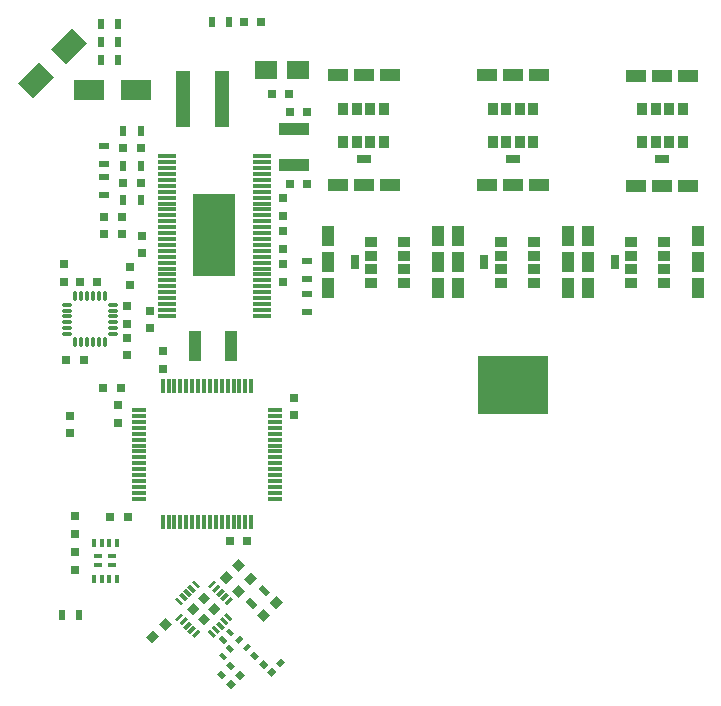
<source format=gtp>
G04 #@! TF.GenerationSoftware,KiCad,Pcbnew,(5.1.5-0)*
G04 #@! TF.CreationDate,2019-12-28T20:18:40+08:00*
G04 #@! TF.ProjectId,VESC_6,56455343-5f36-42e6-9b69-6361645f7063,A*
G04 #@! TF.SameCoordinates,Original*
G04 #@! TF.FileFunction,Paste,Top*
G04 #@! TF.FilePolarity,Positive*
%FSLAX46Y46*%
G04 Gerber Fmt 4.6, Leading zero omitted, Abs format (unit mm)*
G04 Created by KiCad (PCBNEW (5.1.5-0)) date 2019-12-28 20:18:40*
%MOMM*%
%LPD*%
G04 APERTURE LIST*
%ADD10R,2.500000X1.800000*%
%ADD11O,0.300000X0.850000*%
%ADD12O,0.850000X0.300000*%
%ADD13R,0.800000X0.750000*%
%ADD14R,1.180000X4.700000*%
%ADD15R,3.599180X7.000240*%
%ADD16R,1.501140X0.299720*%
%ADD17R,1.193800X0.304800*%
%ADD18R,0.304800X1.193800*%
%ADD19C,0.100000*%
%ADD20R,0.720000X0.465000*%
%ADD21R,0.350000X0.650000*%
%ADD22R,1.950000X1.500000*%
%ADD23R,1.000000X2.500000*%
%ADD24R,2.500000X1.000000*%
%ADD25R,0.900000X0.500000*%
%ADD26R,0.500000X0.900000*%
%ADD27R,0.750000X0.800000*%
%ADD28R,0.700000X1.300000*%
%ADD29R,1.100000X0.850000*%
%ADD30R,1.100000X1.700000*%
%ADD31R,1.300000X0.700000*%
%ADD32R,0.850000X1.100000*%
%ADD33R,1.700000X1.100000*%
%ADD34R,6.000000X5.000000*%
G04 APERTURE END LIST*
D10*
X121825000Y-61849000D03*
X125825000Y-61849000D03*
D11*
X120670000Y-83230000D03*
X121170000Y-83230000D03*
X121670000Y-83230000D03*
X122170000Y-83230000D03*
X122670000Y-83230000D03*
X123170000Y-83230000D03*
D12*
X123870000Y-82530000D03*
X123870000Y-82030000D03*
X123870000Y-81530000D03*
X123870000Y-81030000D03*
X123870000Y-80530000D03*
X123870000Y-80030000D03*
D11*
X123170000Y-79330000D03*
X122670000Y-79330000D03*
X122170000Y-79330000D03*
X121670000Y-79330000D03*
X121170000Y-79330000D03*
X120670000Y-79330000D03*
D12*
X119970000Y-80030000D03*
X119970000Y-80530000D03*
X119970000Y-81030000D03*
X119970000Y-81530000D03*
X119970000Y-82030000D03*
X119970000Y-82530000D03*
D13*
X121400000Y-84709000D03*
X119900000Y-84709000D03*
D14*
X133100000Y-62600000D03*
X129790000Y-62600000D03*
D15*
X132461000Y-74168000D03*
D16*
X136461500Y-67472560D03*
X136461500Y-67970400D03*
X136461500Y-68470780D03*
X136461500Y-68971160D03*
X136461500Y-69471540D03*
X136461500Y-69971920D03*
X136461500Y-70472300D03*
X136461500Y-70970140D03*
X128460500Y-80970120D03*
X128460500Y-80472280D03*
X128460500Y-79971900D03*
X128460500Y-79471520D03*
X128460500Y-72471280D03*
X128460500Y-71970900D03*
X128460500Y-71470520D03*
X128460500Y-70970140D03*
X128460500Y-70472300D03*
X128460500Y-69971920D03*
X128460500Y-69471540D03*
X128460500Y-68971160D03*
X128460500Y-68470780D03*
X128460500Y-67970400D03*
X128460500Y-67472560D03*
X128460500Y-78971140D03*
X128460500Y-78470760D03*
X128460500Y-77970380D03*
X128460500Y-77472540D03*
X128460500Y-76972160D03*
X128460500Y-76471780D03*
X128460500Y-75971400D03*
X136461500Y-79471520D03*
X128460500Y-74970640D03*
X128460500Y-74470260D03*
X128460500Y-73972420D03*
X128460500Y-73472040D03*
X128460500Y-72971660D03*
X136461500Y-76972160D03*
X136461500Y-77472540D03*
X136461500Y-77970380D03*
X136461500Y-78470760D03*
X136461500Y-78971140D03*
X128460500Y-75471020D03*
X136461500Y-79971900D03*
X136461500Y-80472280D03*
X136461500Y-80970120D03*
X136461500Y-71470520D03*
X136461500Y-71970900D03*
X136461500Y-72471280D03*
X136461500Y-72971660D03*
X136461500Y-73472040D03*
X136461500Y-73972420D03*
X136461500Y-74470260D03*
X136461500Y-74970640D03*
X136461500Y-75471020D03*
X136461500Y-75971400D03*
X136461500Y-76471780D03*
D17*
X137575999Y-88960000D03*
X137575999Y-89459999D03*
X137575999Y-89960000D03*
X137575999Y-90459999D03*
X137575999Y-90960001D03*
X137575999Y-91460000D03*
X137575999Y-91959999D03*
X137575999Y-92460000D03*
X137575999Y-92960000D03*
X137575999Y-93460001D03*
X137575999Y-93960000D03*
X137575999Y-94459999D03*
X137575999Y-94960001D03*
X137575999Y-95460000D03*
X137575999Y-95960001D03*
X137575999Y-96460000D03*
D18*
X135576000Y-98459999D03*
X135076001Y-98459999D03*
X134576000Y-98459999D03*
X134076001Y-98459999D03*
X133575999Y-98459999D03*
X133076000Y-98459999D03*
X132576001Y-98459999D03*
X132076000Y-98459999D03*
X131576000Y-98459999D03*
X131075999Y-98459999D03*
X130576000Y-98459999D03*
X130076001Y-98459999D03*
X129575999Y-98459999D03*
X129076000Y-98459999D03*
X128575999Y-98459999D03*
X128076000Y-98459999D03*
D17*
X126076001Y-96460000D03*
X126076001Y-95960001D03*
X126076001Y-95460000D03*
X126076001Y-94960001D03*
X126076001Y-94459999D03*
X126076001Y-93960000D03*
X126076001Y-93460001D03*
X126076001Y-92960000D03*
X126076001Y-92460000D03*
X126076001Y-91959999D03*
X126076001Y-91460000D03*
X126076001Y-90960001D03*
X126076001Y-90459999D03*
X126076001Y-89960000D03*
X126076001Y-89459999D03*
X126076001Y-88960000D03*
D18*
X128076000Y-86960001D03*
X128575999Y-86960001D03*
X129076000Y-86960001D03*
X129575999Y-86960001D03*
X130076001Y-86960001D03*
X130576000Y-86960001D03*
X131075999Y-86960001D03*
X131576000Y-86960001D03*
X132076000Y-86960001D03*
X132576001Y-86960001D03*
X133076000Y-86960001D03*
X133575999Y-86960001D03*
X134076001Y-86960001D03*
X134576000Y-86960001D03*
X135076001Y-86960001D03*
X135576000Y-86960001D03*
D19*
G36*
X119911727Y-59669066D02*
G01*
X118638934Y-58396273D01*
X120406701Y-56628506D01*
X121679494Y-57901299D01*
X119911727Y-59669066D01*
G37*
G36*
X117083299Y-62497494D02*
G01*
X115810506Y-61224701D01*
X117578273Y-59456934D01*
X118851066Y-60729727D01*
X117083299Y-62497494D01*
G37*
G36*
X131041670Y-104907117D02*
G01*
X131572000Y-104376787D01*
X132102330Y-104907117D01*
X131572000Y-105437447D01*
X131041670Y-104907117D01*
G37*
G36*
X130157787Y-105791000D02*
G01*
X130688117Y-105260670D01*
X131218447Y-105791000D01*
X130688117Y-106321330D01*
X130157787Y-105791000D01*
G37*
G36*
X131925553Y-105791000D02*
G01*
X132455883Y-105260670D01*
X132986213Y-105791000D01*
X132455883Y-106321330D01*
X131925553Y-105791000D01*
G37*
G36*
X131041670Y-106674883D02*
G01*
X131572000Y-106144553D01*
X132102330Y-106674883D01*
X131572000Y-107205213D01*
X131041670Y-106674883D01*
G37*
G36*
X132102330Y-104058588D02*
G01*
X131890198Y-103846456D01*
X132406386Y-103330268D01*
X132618518Y-103542400D01*
X132102330Y-104058588D01*
G37*
G36*
X132455883Y-104412142D02*
G01*
X132243751Y-104200010D01*
X132759939Y-103683822D01*
X132972071Y-103895954D01*
X132455883Y-104412142D01*
G37*
G36*
X132809437Y-104765695D02*
G01*
X132597305Y-104553563D01*
X133113493Y-104037375D01*
X133325625Y-104249507D01*
X132809437Y-104765695D01*
G37*
G36*
X133162990Y-105119249D02*
G01*
X132950858Y-104907117D01*
X133467046Y-104390929D01*
X133679178Y-104603061D01*
X133162990Y-105119249D01*
G37*
G36*
X133516544Y-105472802D02*
G01*
X133304412Y-105260670D01*
X133820600Y-104744482D01*
X134032732Y-104956614D01*
X133516544Y-105472802D01*
G37*
G36*
X133304412Y-106321330D02*
G01*
X133516544Y-106109198D01*
X134032732Y-106625386D01*
X133820600Y-106837518D01*
X133304412Y-106321330D01*
G37*
G36*
X132950858Y-106674883D02*
G01*
X133162990Y-106462751D01*
X133679178Y-106978939D01*
X133467046Y-107191071D01*
X132950858Y-106674883D01*
G37*
G36*
X132597305Y-107028437D02*
G01*
X132809437Y-106816305D01*
X133325625Y-107332493D01*
X133113493Y-107544625D01*
X132597305Y-107028437D01*
G37*
G36*
X132243751Y-107381990D02*
G01*
X132455883Y-107169858D01*
X132972071Y-107686046D01*
X132759939Y-107898178D01*
X132243751Y-107381990D01*
G37*
G36*
X131890198Y-107735544D02*
G01*
X132102330Y-107523412D01*
X132618518Y-108039600D01*
X132406386Y-108251732D01*
X131890198Y-107735544D01*
G37*
G36*
X130737614Y-108251732D02*
G01*
X130525482Y-108039600D01*
X131041670Y-107523412D01*
X131253802Y-107735544D01*
X130737614Y-108251732D01*
G37*
G36*
X130384061Y-107898178D02*
G01*
X130171929Y-107686046D01*
X130688117Y-107169858D01*
X130900249Y-107381990D01*
X130384061Y-107898178D01*
G37*
G36*
X130030507Y-107544625D02*
G01*
X129818375Y-107332493D01*
X130334563Y-106816305D01*
X130546695Y-107028437D01*
X130030507Y-107544625D01*
G37*
G36*
X129676954Y-107191071D02*
G01*
X129464822Y-106978939D01*
X129981010Y-106462751D01*
X130193142Y-106674883D01*
X129676954Y-107191071D01*
G37*
G36*
X129323400Y-106837518D02*
G01*
X129111268Y-106625386D01*
X129627456Y-106109198D01*
X129839588Y-106321330D01*
X129323400Y-106837518D01*
G37*
G36*
X129111268Y-104956614D02*
G01*
X129323400Y-104744482D01*
X129839588Y-105260670D01*
X129627456Y-105472802D01*
X129111268Y-104956614D01*
G37*
G36*
X129464822Y-104603061D02*
G01*
X129676954Y-104390929D01*
X130193142Y-104907117D01*
X129981010Y-105119249D01*
X129464822Y-104603061D01*
G37*
G36*
X129818375Y-104249507D02*
G01*
X130030507Y-104037375D01*
X130546695Y-104553563D01*
X130334563Y-104765695D01*
X129818375Y-104249507D01*
G37*
G36*
X130171929Y-103895954D02*
G01*
X130384061Y-103683822D01*
X130900249Y-104200010D01*
X130688117Y-104412142D01*
X130171929Y-103895954D01*
G37*
G36*
X130525482Y-103542400D02*
G01*
X130737614Y-103330268D01*
X131253802Y-103846456D01*
X131041670Y-104058588D01*
X130525482Y-103542400D01*
G37*
D20*
X123825000Y-101333000D03*
X122625000Y-101333000D03*
X123825000Y-102108000D03*
X122625000Y-102108000D03*
D21*
X124200000Y-103270500D03*
X123550000Y-103270500D03*
X122900000Y-103270500D03*
X122250000Y-103270500D03*
X122250000Y-100170500D03*
X122900000Y-100170500D03*
X123550000Y-100170500D03*
X124200000Y-100170500D03*
D22*
X139551000Y-60198000D03*
X136801000Y-60198000D03*
D23*
X130834000Y-83566000D03*
X133834000Y-83566000D03*
D24*
X139192000Y-65175000D03*
X139192000Y-68175000D03*
D19*
G36*
X134909355Y-108323091D02*
G01*
X134485091Y-108747355D01*
X134202249Y-108464513D01*
X134626513Y-108040249D01*
X134909355Y-108323091D01*
G37*
G36*
X135545751Y-108959487D02*
G01*
X135121487Y-109383751D01*
X134838645Y-109100909D01*
X135262909Y-108676645D01*
X135545751Y-108959487D01*
G37*
G36*
X133865909Y-109509355D02*
G01*
X133441645Y-109085091D01*
X133724487Y-108802249D01*
X134148751Y-109226513D01*
X133865909Y-109509355D01*
G37*
G36*
X133229513Y-110145751D02*
G01*
X132805249Y-109721487D01*
X133088091Y-109438645D01*
X133512355Y-109862909D01*
X133229513Y-110145751D01*
G37*
G36*
X133088091Y-108041645D02*
G01*
X133512355Y-108465909D01*
X133229513Y-108748751D01*
X132805249Y-108324487D01*
X133088091Y-108041645D01*
G37*
G36*
X133724487Y-107405249D02*
G01*
X134148751Y-107829513D01*
X133865909Y-108112355D01*
X133441645Y-107688091D01*
X133724487Y-107405249D01*
G37*
G36*
X133477000Y-112113554D02*
G01*
X133830554Y-111760000D01*
X134254818Y-112184264D01*
X133901264Y-112537818D01*
X133477000Y-112113554D01*
G37*
G36*
X132699182Y-111335736D02*
G01*
X133052736Y-110982182D01*
X133477000Y-111406446D01*
X133123446Y-111760000D01*
X132699182Y-111335736D01*
G37*
G36*
X134239000Y-111351554D02*
G01*
X134592554Y-110998000D01*
X135016818Y-111422264D01*
X134663264Y-111775818D01*
X134239000Y-111351554D01*
G37*
G36*
X133461182Y-110573736D02*
G01*
X133814736Y-110220182D01*
X134239000Y-110644446D01*
X133885446Y-110998000D01*
X133461182Y-110573736D01*
G37*
G36*
X136271000Y-109755446D02*
G01*
X135917446Y-110109000D01*
X135493182Y-109684736D01*
X135846736Y-109331182D01*
X136271000Y-109755446D01*
G37*
G36*
X137048818Y-110533264D02*
G01*
X136695264Y-110886818D01*
X136271000Y-110462554D01*
X136624554Y-110109000D01*
X137048818Y-110533264D01*
G37*
G36*
X138021554Y-110744000D02*
G01*
X137668000Y-110390446D01*
X138092264Y-109966182D01*
X138445818Y-110319736D01*
X138021554Y-110744000D01*
G37*
G36*
X137243736Y-111521818D02*
G01*
X136890182Y-111168264D01*
X137314446Y-110744000D01*
X137668000Y-111097554D01*
X137243736Y-111521818D01*
G37*
G36*
X135472249Y-104810355D02*
G01*
X136108645Y-105446751D01*
X135755091Y-105800305D01*
X135118695Y-105163909D01*
X135472249Y-104810355D01*
G37*
G36*
X136532909Y-103749695D02*
G01*
X137169305Y-104386091D01*
X136815751Y-104739645D01*
X136179355Y-104103249D01*
X136532909Y-103749695D01*
G37*
D25*
X123113800Y-69227000D03*
X123113800Y-70727000D03*
X123113800Y-66636200D03*
X123113800Y-68136200D03*
D26*
X126251400Y-68249800D03*
X124751400Y-68249800D03*
X126251400Y-71196200D03*
X124751400Y-71196200D03*
X126226000Y-65354200D03*
X124726000Y-65354200D03*
X121019000Y-106315000D03*
X119519000Y-106315000D03*
X132219000Y-56134000D03*
X133719000Y-56134000D03*
X122821000Y-56261000D03*
X124321000Y-56261000D03*
X122821000Y-57785000D03*
X124321000Y-57785000D03*
X122821000Y-59309000D03*
X124321000Y-59309000D03*
D25*
X140335000Y-77839000D03*
X140335000Y-76339000D03*
X140335000Y-80633000D03*
X140335000Y-79133000D03*
D19*
G36*
X127249348Y-107600169D02*
G01*
X127779678Y-108130499D01*
X127213992Y-108696185D01*
X126683662Y-108165855D01*
X127249348Y-107600169D01*
G37*
G36*
X128310008Y-106539509D02*
G01*
X128840338Y-107069839D01*
X128274652Y-107635525D01*
X127744322Y-107105195D01*
X128310008Y-106539509D01*
G37*
D27*
X120205500Y-89420000D03*
X120205500Y-90920000D03*
D19*
G36*
X137672652Y-105808678D02*
G01*
X137142322Y-105278348D01*
X137708008Y-104712662D01*
X138238338Y-105242992D01*
X137672652Y-105808678D01*
G37*
G36*
X136611992Y-106869338D02*
G01*
X136081662Y-106339008D01*
X136647348Y-105773322D01*
X137177678Y-106303652D01*
X136611992Y-106869338D01*
G37*
G36*
X133472348Y-102598322D02*
G01*
X134002678Y-103128652D01*
X133436992Y-103694338D01*
X132906662Y-103164008D01*
X133472348Y-102598322D01*
G37*
G36*
X134533008Y-101537662D02*
G01*
X135063338Y-102067992D01*
X134497652Y-102633678D01*
X133967322Y-102103348D01*
X134533008Y-101537662D01*
G37*
D13*
X135243000Y-100076000D03*
X133743000Y-100076000D03*
D27*
X124269500Y-88531000D03*
X124269500Y-90031000D03*
X128143000Y-83959000D03*
X128143000Y-85459000D03*
D13*
X125146500Y-98000000D03*
X123646500Y-98000000D03*
D27*
X139192000Y-89408000D03*
X139192000Y-87908000D03*
D13*
X123125800Y-72593200D03*
X124625800Y-72593200D03*
X123125800Y-74041000D03*
X124625800Y-74041000D03*
X124751400Y-69723000D03*
X126251400Y-69723000D03*
D27*
X125349000Y-76847000D03*
X125349000Y-78347000D03*
D13*
X126226000Y-66802000D03*
X124726000Y-66802000D03*
D27*
X126365000Y-75680000D03*
X126365000Y-74180000D03*
X127000000Y-82030000D03*
X127000000Y-80530000D03*
D13*
X138823000Y-63754000D03*
X140323000Y-63754000D03*
D27*
X138303000Y-72505000D03*
X138303000Y-71005000D03*
X138303000Y-75299000D03*
X138303000Y-73799000D03*
X138303000Y-78093000D03*
X138303000Y-76593000D03*
D13*
X138823000Y-69850000D03*
X140323000Y-69850000D03*
X138799000Y-62230000D03*
X137299000Y-62230000D03*
D27*
X120650000Y-99429000D03*
X120650000Y-97929000D03*
X120650000Y-100977000D03*
X120650000Y-102477000D03*
D13*
X123011500Y-87122000D03*
X124511500Y-87122000D03*
D19*
G36*
X135513652Y-103776678D02*
G01*
X134983322Y-103246348D01*
X135549008Y-102680662D01*
X136079338Y-103210992D01*
X135513652Y-103776678D01*
G37*
G36*
X134452992Y-104837338D02*
G01*
X133922662Y-104307008D01*
X134488348Y-103741322D01*
X135018678Y-104271652D01*
X134452992Y-104837338D01*
G37*
D13*
X136436800Y-56083200D03*
X134936800Y-56083200D03*
D27*
X119761000Y-78093000D03*
X119761000Y-76593000D03*
X125095000Y-84316000D03*
X125095000Y-82816000D03*
D28*
X166334000Y-76454000D03*
D29*
X167734000Y-75879000D03*
X167734000Y-77029000D03*
X170534000Y-77029000D03*
X170534000Y-75879000D03*
X167734000Y-74729000D03*
X170534000Y-74729000D03*
X167734000Y-78179000D03*
X170534000Y-78179000D03*
D30*
X164084000Y-76454000D03*
X164084000Y-74254000D03*
X164084000Y-78654000D03*
X173384000Y-76454000D03*
X173384000Y-78654000D03*
X173384000Y-74254000D03*
D31*
X170393000Y-67694000D03*
D32*
X169818000Y-66294000D03*
X170968000Y-66294000D03*
X170968000Y-63494000D03*
X169818000Y-63494000D03*
X168668000Y-66294000D03*
X168668000Y-63494000D03*
X172118000Y-66294000D03*
X172118000Y-63494000D03*
D33*
X170393000Y-69944000D03*
X168193000Y-69944000D03*
X172593000Y-69944000D03*
X170393000Y-60644000D03*
X172593000Y-60644000D03*
X168193000Y-60644000D03*
D28*
X144334000Y-76454000D03*
D29*
X145734000Y-75879000D03*
X145734000Y-77029000D03*
X148534000Y-77029000D03*
X148534000Y-75879000D03*
X145734000Y-74729000D03*
X148534000Y-74729000D03*
X145734000Y-78179000D03*
X148534000Y-78179000D03*
D30*
X142084000Y-76454000D03*
X142084000Y-74254000D03*
X142084000Y-78654000D03*
X151384000Y-76454000D03*
X151384000Y-78654000D03*
X151384000Y-74254000D03*
D31*
X145087000Y-67678000D03*
D32*
X144512000Y-66278000D03*
X145662000Y-66278000D03*
X145662000Y-63478000D03*
X144512000Y-63478000D03*
X143362000Y-66278000D03*
X143362000Y-63478000D03*
X146812000Y-66278000D03*
X146812000Y-63478000D03*
D33*
X145087000Y-69928000D03*
X142887000Y-69928000D03*
X147287000Y-69928000D03*
X145087000Y-60628000D03*
X147287000Y-60628000D03*
X142887000Y-60628000D03*
D28*
X155321000Y-76454000D03*
D29*
X156721000Y-75879000D03*
X156721000Y-77029000D03*
X159521000Y-77029000D03*
X159521000Y-75879000D03*
X156721000Y-74729000D03*
X159521000Y-74729000D03*
X156721000Y-78179000D03*
X159521000Y-78179000D03*
D30*
X153071000Y-76454000D03*
X153071000Y-74254000D03*
X153071000Y-78654000D03*
X162371000Y-76454000D03*
X162371000Y-78654000D03*
X162371000Y-74254000D03*
D31*
X157734000Y-67678000D03*
D32*
X157159000Y-66278000D03*
X158309000Y-66278000D03*
X158309000Y-63478000D03*
X157159000Y-63478000D03*
X156009000Y-66278000D03*
X156009000Y-63478000D03*
X159459000Y-66278000D03*
X159459000Y-63478000D03*
D33*
X157734000Y-69928000D03*
X155534000Y-69928000D03*
X159934000Y-69928000D03*
X157734000Y-60628000D03*
X159934000Y-60628000D03*
X155534000Y-60628000D03*
D34*
X157734000Y-86800000D03*
D27*
X125095000Y-81649000D03*
X125095000Y-80149000D03*
D13*
X121043000Y-78105000D03*
X122543000Y-78105000D03*
M02*

</source>
